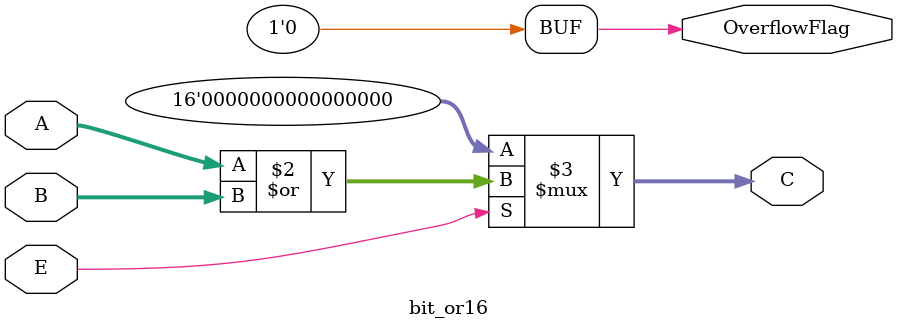
<source format=v>


// Output 1: C; calculation result, 16bit binary
// Output 2: OverflowFlag; 0
// Input 1: A; input, 16bit binary
// Input 2: B; input, 16bit binary
// Input 3: E; enable, 1bit binary

module bit_or16 (output [15:0] C, output OverflowFlag,
	input [15:0] A, input [15:0] B, input E);
	
	assign OverflowFlag = 1'b0;
	assign C=(E == 1'b1)?(A | B):16'b0000000000000000;

endmodule

</source>
